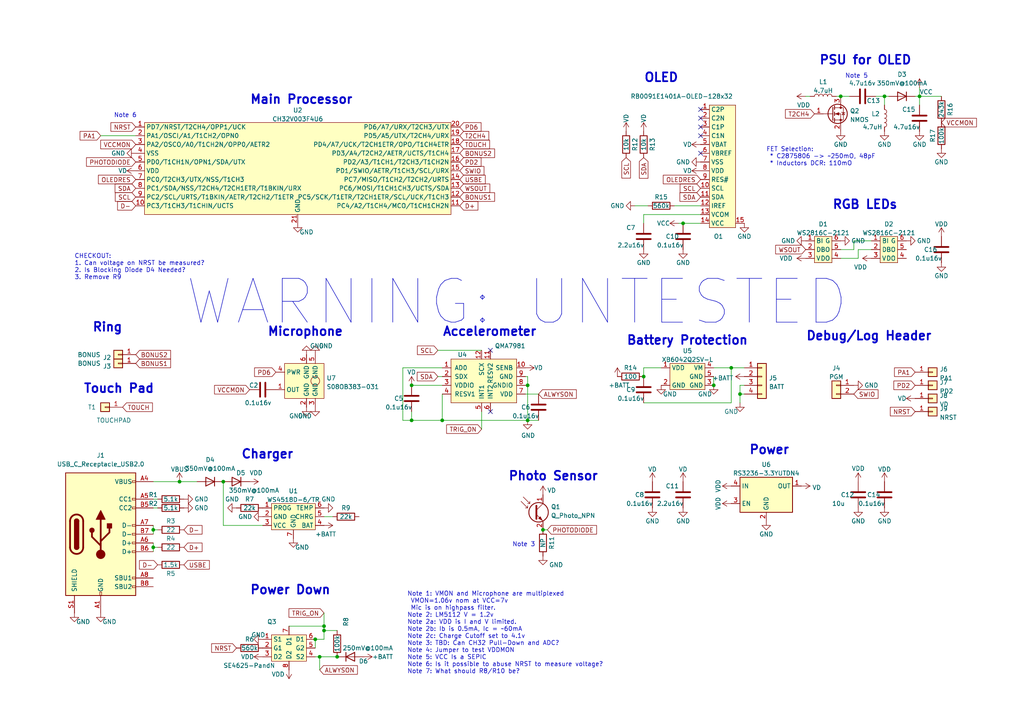
<source format=kicad_sch>
(kicad_sch (version 20211123) (generator eeschema)
  (paper "A4")
  (junction (at 266.7 27.94))
  (junction (at 97.79 190.5))
  (junction (at 64.77 139.7))
  (junction (at 153.035 111.76))
  (junction (at 52.07 139.7))
  (junction (at 207.01 111.76))
  (junction (at 256.54 27.94))
  (junction (at 119.38 111.76))
  (junction (at 198.12 64.77))
  (junction (at 44.45 153.67))
  (junction (at 243.84 27.94))
  (junction (at 212.09 106.68))
  (junction (at 93.98 182.88))
  (junction (at 44.45 158.75))
  (junction (at 119.38 121.92))
  (junction (at 153.035 121.92))
  (junction (at 128.27 121.92))
  (junction (at 92.71 190.5))
  (junction (at 91.44 185.42))
  (junction (at 186.69 109.22))
  (junction (at 93.98 181.61))
  (junction (at 214.63 114.3))
  (junction (at 157.48 153.67))
  (no_connect (at 142.24 119.38))
  (no_connect (at 142.24 101.6))
  (no_connect (at 203.2 44.45))
  (no_connect (at 203.2 31.75))
  (no_connect (at 203.2 36.83))
  (no_connect (at 203.2 39.37))
  (no_connect (at 203.2 34.29))
  (wire (pts (xy 44.45 139.7) (xy 52.07 139.7)))
  (wire (pts (xy 128.27 106.68) (xy 116.84 106.68)))
  (wire (pts (xy 83.82 181.61) (xy 93.98 181.61)))
  (wire (pts (xy 214.63 114.3) (xy 215.9 114.3)))
  (wire (pts (xy 158.75 153.67) (xy 157.48 153.67)))
  (wire (pts (xy 119.38 111.76) (xy 128.27 111.76)))
  (wire (pts (xy 214.63 114.3) (xy 214.63 111.76)))
  (wire (pts (xy 212.09 106.68) (xy 215.9 106.68)))
  (wire (pts (xy 207.01 109.22) (xy 207.01 111.76)))
  (wire (pts (xy 152.4 114.3) (xy 156.21 114.3)))
  (wire (pts (xy 186.69 62.23) (xy 186.69 64.77)))
  (wire (pts (xy 242.57 27.94) (xy 243.84 27.94)))
  (wire (pts (xy 139.7 124.46) (xy 139.7 119.38)))
  (wire (pts (xy 233.68 27.94) (xy 234.95 27.94)))
  (wire (pts (xy 256.54 27.94) (xy 256.54 30.48)))
  (wire (pts (xy 184.15 59.69) (xy 187.96 59.69)))
  (wire (pts (xy 265.43 27.94) (xy 266.7 27.94)))
  (wire (pts (xy 186.69 62.23) (xy 203.2 62.23)))
  (wire (pts (xy 153.035 111.76) (xy 153.035 121.92)))
  (wire (pts (xy 195.58 59.69) (xy 203.2 59.69)))
  (wire (pts (xy 266.7 30.48) (xy 266.7 27.94)))
  (wire (pts (xy 92.71 190.5) (xy 97.79 190.5)))
  (wire (pts (xy 243.84 27.94) (xy 246.38 27.94)))
  (wire (pts (xy 91.44 190.5) (xy 92.71 190.5)))
  (wire (pts (xy 52.07 139.7) (xy 57.15 139.7)))
  (wire (pts (xy 44.45 153.67) (xy 45.72 153.67)))
  (wire (pts (xy 93.98 182.88) (xy 93.98 185.42)))
  (wire (pts (xy 96.52 149.86) (xy 93.98 149.86)))
  (wire (pts (xy 44.45 144.78) (xy 45.72 144.78)))
  (wire (pts (xy 93.98 181.61) (xy 93.98 182.88)))
  (wire (pts (xy 153.035 121.92) (xy 156.21 121.92)))
  (wire (pts (xy 91.44 185.42) (xy 91.44 187.96)))
  (wire (pts (xy 212.09 116.84) (xy 212.09 106.68)))
  (wire (pts (xy 248.92 74.93) (xy 248.92 72.39)))
  (wire (pts (xy 247.65 69.85) (xy 252.73 69.85)))
  (wire (pts (xy 127 101.6) (xy 139.7 101.6)))
  (wire (pts (xy 44.45 153.67) (xy 44.45 154.94)))
  (wire (pts (xy 29.21 39.37) (xy 39.37 39.37)))
  (wire (pts (xy 116.84 121.92) (xy 119.38 121.92)))
  (wire (pts (xy 254 27.94) (xy 256.54 27.94)))
  (wire (pts (xy 44.45 152.4) (xy 44.45 153.67)))
  (wire (pts (xy 128.27 121.92) (xy 153.035 121.92)))
  (wire (pts (xy 93.98 182.88) (xy 97.79 182.88)))
  (wire (pts (xy 243.84 72.39) (xy 247.65 72.39)))
  (wire (pts (xy 44.45 147.32) (xy 45.72 147.32)))
  (wire (pts (xy 119.38 119.38) (xy 119.38 121.92)))
  (wire (pts (xy 92.71 190.5) (xy 92.71 194.31)))
  (wire (pts (xy 214.63 116.84) (xy 214.63 114.3)))
  (wire (pts (xy 44.45 158.75) (xy 44.45 160.02)))
  (wire (pts (xy 186.69 116.84) (xy 212.09 116.84)))
  (wire (pts (xy 214.63 111.76) (xy 215.9 111.76)))
  (wire (pts (xy 128.27 114.3) (xy 128.27 121.92)))
  (wire (pts (xy 198.12 64.77) (xy 203.2 64.77)))
  (wire (pts (xy 243.84 74.93) (xy 248.92 74.93)))
  (wire (pts (xy 196.85 64.77) (xy 198.12 64.77)))
  (wire (pts (xy 152.4 109.22) (xy 153.035 109.22)))
  (wire (pts (xy 186.69 106.68) (xy 191.77 106.68)))
  (wire (pts (xy 152.4 111.76) (xy 153.035 111.76)))
  (wire (pts (xy 119.38 121.92) (xy 128.27 121.92)))
  (wire (pts (xy 247.65 72.39) (xy 247.65 69.85)))
  (wire (pts (xy 64.77 152.4) (xy 76.2 152.4)))
  (wire (pts (xy 248.92 72.39) (xy 252.73 72.39)))
  (wire (pts (xy 93.98 185.42) (xy 91.44 185.42)))
  (wire (pts (xy 153.035 109.22) (xy 153.035 111.76)))
  (wire (pts (xy 207.01 106.68) (xy 212.09 106.68)))
  (wire (pts (xy 44.45 158.75) (xy 45.72 158.75)))
  (wire (pts (xy 116.84 106.68) (xy 116.84 121.92)))
  (wire (pts (xy 186.69 109.22) (xy 186.69 106.68)))
  (wire (pts (xy 127 109.22) (xy 128.27 109.22)))
  (wire (pts (xy 44.45 157.48) (xy 44.45 158.75)))
  (wire (pts (xy 64.77 139.7) (xy 64.77 152.4)))
  (wire (pts (xy 266.7 27.94) (xy 273.05 27.94)))
  (wire (pts (xy 257.81 27.94) (xy 256.54 27.94)))
  (wire (pts (xy 266.7 25.4) (xy 266.7 27.94)))
  (wire (pts (xy 93.98 177.8) (xy 93.98 181.61)))
  (text "Accelerometer" (at 128.27 97.79 0) (effects (font (size 2.54 2.54) (thickness 0.508) bold) (justify left bottom)))
  (text "Note 5" (at 245.11 22.86 0) (effects (font (size 1.27 1.27)) (justify left bottom)))
  (text "Ring" (at 26.67 96.52 0) (effects (font (size 2.54 2.54) (thickness 0.508) bold) (justify left bottom)))
  (text "Microphone" (at 77.47 97.79 0) (effects (font (size 2.54 2.54) (thickness 0.508) bold) (justify left bottom)))
  (text "Note 3" (at 148.59 158.75 0) (effects (font (size 1.27 1.27)) (justify left bottom)))
  (text "WARNING: UNTESTED" (at 53.34 95.25 0) (effects (font (size 12.7 12.7)) (justify left bottom)))
  (text "RGB LEDs" (at 241.3 60.96 0) (effects (font (size 2.54 2.54) (thickness 0.508) bold) (justify left bottom)))
  (text "Power Down" (at 72.39 172.72 0) (effects (font (size 2.54 2.54) (thickness 0.508) bold) (justify left bottom)))
  (text "Battery Protection" (at 181.61 100.33 0) (effects (font (size 2.54 2.54) (thickness 0.508) bold) (justify left bottom)))
  (text "PSU for OLED" (at 237.49 19.05 0) (effects (font (size 2.54 2.54) (thickness 0.508) bold) (justify left bottom)))
  (text "Debug/Log Header" (at 233.68 99.06 0) (effects (font (size 2.54 2.54) (thickness 0.508) bold) (justify left bottom)))
  (text "OLED" (at 186.69 24.13 0) (effects (font (size 2.54 2.54) (thickness 0.508) bold) (justify left bottom)))
  (text "FET Selection:\n * C2875806 -> ~250mO, 48pF\n * Inductors DCR: 110mO" (at 222.25 48.26 0) (effects (font (size 1.27 1.27)) (justify left bottom)))
  (text "Main Processor" (at 72.39 30.48 0) (effects (font (size 2.54 2.54) (thickness 0.508) bold) (justify left bottom)))
  (text "Power" (at 217.17 132.08 0) (effects (font (size 2.54 2.54) (thickness 0.508) bold) (justify left bottom)))
  (text "Charger" (at 69.85 133.35 0) (effects (font (size 2.54 2.54) (thickness 0.508) bold) (justify left bottom)))
  (text "Photo Sensor" (at 147.32 139.7 0) (effects (font (size 2.54 2.54) (thickness 0.508) bold) (justify left bottom)))
  (text "Note 6" (at 33.02 34.29 0) (effects (font (size 1.27 1.27)) (justify left bottom)))
  (text "CHECKOUT: \n1. Can voltage on NRST be measured?\n2. Is Blocking Diode D4 Needed?\n3. Remove R9" (at 21.59 81.28 0) (effects (font (size 1.27 1.27)) (justify left bottom)))
  (text "Note 1: VMON and Microphone are multiplexed\n VMON=1.06v nom at VCC=7v\n Mic is on highpass filter.\nNote 2: LM5112 V = 1.2v\nNote 2a: VDD is I and V limited.\nNote 2b: Ib is 0.5mA, Ic = ~60mA\nNote 2c: Charge Cutoff set to 4.1v\nNote 3: TBD: Can CH32 Pull-Down and ADC?\nNote 4: Jumper to test VDDMON\nNote 5: VCC Is a SEPIC\nNote 6: Is it possible to abuse NRST to measure voltage?\nNote 7: What should R8/R10 be?" (at 118.11 195.58 0) (effects (font (size 1.27 1.27)) (justify left bottom)))
  (text "Touch Pad" (at 24.13 114.3 0) (effects (font (size 2.54 2.54) (thickness 0.508) bold) (justify left bottom)))
  (global_label "D-" (shape input) (at 39.37 59.69 180) (property "Intersheet References" "${INTERSHEET_REFS}" (effects hide)))
  (global_label "VCCMON" (shape input) (at 273.05 35.56 0) (property "Intersheet References" "${INTERSHEET_REFS}" (effects hide)))
  (global_label "OLEDRES" (shape input) (at 39.37 52.07 180) (property "Intersheet References" "${INTERSHEET_REFS}" (effects hide)))
  (global_label "PA1" (shape input) (at 29.21 39.37 180) (property "Intersheet References" "${INTERSHEET_REFS}" (effects hide)))
  (global_label "ALWYSON" (shape input) (at 92.71 194.31 0) (property "Intersheet References" "${INTERSHEET_REFS}" (effects hide)))
  (global_label "PHOTODIODE" (shape input) (at 158.75 153.67 0) (property "Intersheet References" "${INTERSHEET_REFS}" (effects hide)))
  (global_label "BONUS2" (shape input) (at 39.37 102.87 0) (property "Intersheet References" "${INTERSHEET_REFS}" (effects hide)))
  (global_label "SDA" (shape input) (at 186.69 45.72 270) (property "Intersheet References" "${INTERSHEET_REFS}" (effects hide)))
  (global_label "VCCMON" (shape input) (at 39.37 41.91 180) (property "Intersheet References" "${INTERSHEET_REFS}" (effects hide)))
  (global_label "OLEDRES" (shape input) (at 203.2 52.07 180) (property "Intersheet References" "${INTERSHEET_REFS}" (effects hide)))
  (global_label "BONUS2" (shape input) (at 133.35 44.45 0) (property "Intersheet References" "${INTERSHEET_REFS}" (effects hide)))
  (global_label "T2CH4" (shape input) (at 236.22 33.02 180) (property "Intersheet References" "${INTERSHEET_REFS}" (effects hide)))
  (global_label "NRST" (shape input) (at 39.37 36.83 180) (property "Intersheet References" "${INTERSHEET_REFS}" (effects hide)))
  (global_label "BONUS1" (shape input) (at 133.35 57.15 0) (property "Intersheet References" "${INTERSHEET_REFS}" (effects hide)))
  (global_label "SCL" (shape input) (at 203.2 54.61 180) (property "Intersheet References" "${INTERSHEET_REFS}" (effects hide)))
  (global_label "D+" (shape input) (at 133.35 59.69 0) (property "Intersheet References" "${INTERSHEET_REFS}" (effects hide)))
  (global_label "D-" (shape input) (at 53.34 153.67 0) (property "Intersheet References" "${INTERSHEET_REFS}" (effects hide)))
  (global_label "SWIO" (shape input) (at 247.65 114.3 0) (property "Intersheet References" "${INTERSHEET_REFS}" (effects hide)))
  (global_label "VCCMON" (shape input) (at 72.39 113.03 180) (property "Intersheet References" "${INTERSHEET_REFS}" (effects hide)))
  (global_label "D-" (shape input) (at 45.72 163.83 180) (property "Intersheet References" "${INTERSHEET_REFS}" (effects hide)))
  (global_label "NRST" (shape input) (at 68.58 187.96 180) (property "Intersheet References" "${INTERSHEET_REFS}" (effects hide)))
  (global_label "PD6" (shape input) (at 133.35 36.83 0) (property "Intersheet References" "${INTERSHEET_REFS}" (effects hide)))
  (global_label "PA1" (shape input) (at 265.43 107.95 180) (property "Intersheet References" "${INTERSHEET_REFS}" (effects hide)))
  (global_label "PD2" (shape input) (at 265.43 111.76 180) (property "Intersheet References" "${INTERSHEET_REFS}" (effects hide)))
  (global_label "PD2" (shape input) (at 133.35 46.99 0) (property "Intersheet References" "${INTERSHEET_REFS}" (effects hide)))
  (global_label "SDA" (shape input) (at 127 109.22 180) (property "Intersheet References" "${INTERSHEET_REFS}" (effects hide)))
  (global_label "ALWYSON" (shape input) (at 156.21 114.3 0) (property "Intersheet References" "${INTERSHEET_REFS}" (effects hide)))
  (global_label "TRIG_ON" (shape input) (at 93.98 177.8 180) (property "Intersheet References" "${INTERSHEET_REFS}" (effects hide)))
  (global_label "USBE" (shape input) (at 133.35 52.07 0) (property "Intersheet References" "${INTERSHEET_REFS}" (effects hide)))
  (global_label "NRST" (shape input) (at 265.43 119.38 180) (property "Intersheet References" "${INTERSHEET_REFS}" (effects hide)))
  (global_label "PHOTODIODE" (shape input) (at 39.37 46.99 180) (property "Intersheet References" "${INTERSHEET_REFS}" (effects hide)))
  (global_label "USBE" (shape input) (at 53.34 163.83 0) (property "Intersheet References" "${INTERSHEET_REFS}" (effects hide)))
  (global_label "SDA" (shape input) (at 203.2 57.15 180) (property "Intersheet References" "${INTERSHEET_REFS}" (effects hide)))
  (global_label "SWIO" (shape input) (at 133.35 49.53 0) (property "Intersheet References" "${INTERSHEET_REFS}" (effects hide)))
  (global_label "BONUS1" (shape input) (at 39.37 105.41 0) (property "Intersheet References" "${INTERSHEET_REFS}" (effects hide)))
  (global_label "SDA" (shape input) (at 39.37 54.61 180) (property "Intersheet References" "${INTERSHEET_REFS}" (effects hide)))
  (global_label "SCL" (shape input) (at 127 101.6 180) (property "Intersheet References" "${INTERSHEET_REFS}" (effects hide)))
  (global_label "T2CH4" (shape input) (at 133.35 39.37 0) (property "Intersheet References" "${INTERSHEET_REFS}" (effects hide)))
  (global_label "PD6" (shape input) (at 80.01 107.95 180) (property "Intersheet References" "${INTERSHEET_REFS}" (effects hide)))
  (global_label "TOUCH" (shape input) (at 35.56 118.11 0) (property "Intersheet References" "${INTERSHEET_REFS}" (effects hide)))
  (global_label "SCL" (shape input) (at 181.61 45.72 270) (property "Intersheet References" "${INTERSHEET_REFS}" (effects hide)))
  (global_label "WSOUT" (shape input) (at 233.68 72.39 180) (property "Intersheet References" "${INTERSHEET_REFS}" (effects hide)))
  (global_label "WSOUT" (shape input) (at 133.35 54.61 0) (property "Intersheet References" "${INTERSHEET_REFS}" (effects hide)))
  (global_label "SCL" (shape input) (at 39.37 57.15 180) (property "Intersheet References" "${INTERSHEET_REFS}" (effects hide)))
  (global_label "TOUCH" (shape input) (at 133.35 41.91 0) (property "Intersheet References" "${INTERSHEET_REFS}" (effects hide)))
  (global_label "TRIG_ON" (shape input) (at 139.7 124.46 180) (property "Intersheet References" "${INTERSHEET_REFS}" (effects hide)))
  (global_label "D+" (shape input) (at 53.34 158.75 0) (property "Intersheet References" "${INTERSHEET_REFS}" (effects hide)))
  (symbol (lib_id "power:VD") (at 198.12 139.7 0) (unit 1)
    (property "Reference" "#PWR0130" (effects hide))
    (property "Value" "VD" (at 198.12 136.1242 0))
  )
  (symbol (lib_id "power:+BATT") (at 179.07 109.22 0) (unit 1)
    (property "Reference" "#PWR09" (effects hide))
    (property "Value" "+BATT" (at 176.53 111.76 0) (effects (justify left)))
  )
  (symbol (lib_id "Device:D") (at 261.62 27.94 180) (unit 1)
    (property "Reference" "D3" (at 261.62 21.59 0))
    (property "Value" "350mV@100mA" (at 261.62 24.13 0))
    (property "Footprint" "DFN1006:DFN1006" (effects hide))
    (property "LCSC" "C239808" (effects hide))
  )
  (symbol (lib_id "Device:Q_NMOS_GSD") (at 241.3 33.02 0) (unit 1)
    (property "Reference" "Q2" (at 246.507 32.1853 0) (effects (justify left)))
    (property "Value" "NMOS" (at 246.507 34.7222 0) (effects (justify left)))
    (property "Footprint" "DFN-3L-1x0.6:DFN-3L-1x0.6" (effects hide))
    (property "LCSC" "C2875806" (effects hide))
  )
  (symbol (lib_id "power:VD") (at 189.23 139.7 0) (unit 1)
    (property "Reference" "#PWR0129" (effects hide))
    (property "Value" "VD" (at 189.23 136.1242 0))
  )
  (symbol (lib_id "power:GND") (at 29.21 177.8 0) (unit 1)
    (property "Reference" "#PWR0141" (effects hide))
    (property "Value" "GND" (at 31.75 180.34 0))
  )
  (symbol (lib_id "power:GND") (at 198.12 147.32 0) (unit 1)
    (property "Reference" "#PWR0131" (effects hide))
    (property "Value" "GND" (at 198.12 151.13 0))
  )
  (symbol (lib_id "Regulator_Linear:NCP115AMX250TCG") (at 222.25 143.51 0) (unit 1)
    (property "Reference" "U6" (at 222.25 134.7302 0))
    (property "Value" "RS3236-3.3YUTDN4" (at 222.25 137.2671 0))
    (property "Footprint" "xdfn_reg:xdfn-reg" (effects hide))
    (property "Datasheet" "https://www.onsemi.com/pub/Collateral/NCP115-D.PDF" (effects hide))
    (property "LCSC" "C379350" (effects hide))
  )
  (symbol (lib_id "power:GND") (at 191.77 111.76 0) (unit 1)
    (property "Reference" "#PWR0139" (effects hide))
    (property "Value" "GND" (at 194.31 114.3 0))
  )
  (symbol (lib_id "power:GND") (at 39.37 44.45 270) (unit 1)
    (property "Reference" "#PWR0152" (effects hide))
    (property "Value" "GND" (at 34.29 44.45 90))
  )
  (symbol (lib_id "RB0091E1401A-OLED-128x32:RB0091E1401A-OLED-128x32") (at 209.55 45.72 0) (unit 1)
    (property "Reference" "O1" (at 207.01 68.58 0) (effects (justify left)))
    (property "Value" "RB0091E1401A-OLED-128x32" (at 182.88 27.94 0) (effects (justify left)))
    (property "Footprint" "RB0091E1401A-OLED-128x32:RB0091E1401A-OLED-128x32_FLIP" (effects hide))
  )
  (symbol (lib_id "Device:C") (at 186.69 68.58 0) (unit 1)
    (property "Reference" "C7" (at 181.61 66.04 0) (effects (justify left)))
    (property "Value" "2.2u16v" (at 179.07 71.12 0) (effects (justify left)))
    (property "Footprint" "Capacitor_SMD:C_0402_1005Metric" (effects hide))
    (property "LCSC" "C385032" (effects hide))
  )
  (symbol (lib_id "Device:C") (at 256.54 143.51 0) (unit 1)
    (property "Reference" "C14" (at 251.46 143.51 0) (effects (justify left)))
    (property "Value" "0.1u16v" (at 248.92 146.05 0) (effects (justify left)))
    (property "Footprint" "Capacitor_SMD:C_0402_1005Metric" (effects hide))
    (property "LCSC" "C338032" (effects hide))
  )
  (symbol (lib_id "power:VDD") (at 212.09 146.05 90) (unit 1)
    (property "Reference" "#PWR0126" (effects hide))
    (property "Value" "VDD" (at 208.28 146.05 0))
  )
  (symbol (lib_id "power:GND") (at 262.89 69.85 90) (unit 1)
    (property "Reference" "#PWR0112" (effects hide))
    (property "Value" "GND" (at 267.97 69.85 90))
  )
  (symbol (lib_id "Device:R") (at 72.39 147.32 270) (unit 1)
    (property "Reference" "R7" (at 72.39 144.78 90))
    (property "Value" "22k" (at 72.39 147.32 90))
    (property "Footprint" "Resistor_SMD:R_0402_1005Metric" (effects hide))
    (property "LCSC" "C144778" (effects hide))
  )
  (symbol (lib_id "power:GND") (at 53.34 144.78 90) (unit 1)
    (property "Reference" "#PWR0144" (effects hide))
    (property "Value" "GND" (at 58.42 144.78 90))
  )
  (symbol (lib_id "power:GND") (at 215.9 64.77 0) (unit 1)
    (property "Reference" "#PWR0156" (effects hide))
    (property "Value" "GND" (at 215.9 68.58 0))
  )
  (symbol (lib_id "Device:R") (at 186.69 41.91 180) (unit 1)
    (property "Reference" "R13" (at 189.23 41.91 90))
    (property "Value" "10k" (at 186.69 41.91 90))
    (property "Footprint" "Resistor_SMD:R_0402_1005Metric" (effects hide))
    (property "LCSC" "C269674" (effects hide))
  )
  (symbol (lib_id "power:GND") (at 93.98 147.32 90) (unit 1)
    (property "Reference" "#PWR05" (effects hide))
    (property "Value" "GND" (at 95.25 144.78 90))
  )
  (symbol (lib_id "power:GND") (at 214.63 116.84 0) (unit 1)
    (property "Reference" "#PWR0101" (effects hide))
    (property "Value" "GND" (at 212.09 119.38 0))
  )
  (symbol (lib_id "Device:C") (at 198.12 68.58 0) (unit 1)
    (property "Reference" "C10" (at 193.04 68.58 0) (effects (justify left)))
    (property "Value" "0.1u16v" (at 190.5 71.12 0) (effects (justify left)))
    (property "Footprint" "Capacitor_SMD:C_0402_1005Metric" (effects hide))
    (property "LCSC" "C338032" (effects hide))
  )
  (symbol (lib_id "Device:C") (at 198.12 143.51 0) (unit 1)
    (property "Reference" "C11" (at 193.04 140.97 0) (effects (justify left)))
    (property "Value" "2.2u16v" (at 190.5 146.05 0) (effects (justify left)))
    (property "Footprint" "Capacitor_SMD:C_0402_1005Metric" (effects hide))
    (property "LCSC" "C385032" (effects hide))
  )
  (symbol (lib_id "Device:R") (at 49.53 144.78 270) (unit 1)
    (property "Reference" "R1" (at 44.45 143.51 90))
    (property "Value" "5.1k" (at 49.53 144.78 90))
    (property "Footprint" "Resistor_SMD:R_0402_1005Metric" (effects hide))
    (property "LCSC" "C114759" (effects hide))
  )
  (symbol (lib_id "power:VD") (at 265.43 115.57 90) (unit 1)
    (property "Reference" "#PWR0125" (effects hide))
    (property "Value" "VD" (at 260.35 115.57 90) (effects (justify right)))
  )
  (symbol (lib_id "power:VD") (at 203.2 49.53 90) (unit 1)
    (property "Reference" "#PWR0118" (effects hide))
    (property "Value" "VD" (at 198.12 49.53 90) (effects (justify right)))
  )
  (symbol (lib_id "power:VDD") (at 252.73 74.93 90) (unit 1)
    (property "Reference" "#PWR0109" (effects hide))
    (property "Value" "VDD" (at 247.65 77.47 90) (effects (justify right)))
  )
  (symbol (lib_id "power:GND") (at 76.2 149.86 270) (unit 1)
    (property "Reference" "#PWR03" (effects hide))
    (property "Value" "GND" (at 71.12 149.86 90))
  )
  (symbol (lib_id "power:VD") (at 232.41 140.97 270) (unit 1)
    (property "Reference" "#PWR0134" (effects hide))
    (property "Value" "VD" (at 235.585 141.4038 90) (effects (justify left)))
  )
  (symbol (lib_id "Connector:USB_C_Receptacle_USB2.0") (at 29.21 154.94 0) (unit 1)
    (property "Reference" "J1" (at 29.21 132.08 0))
    (property "Value" "USB_C_Receptacle_USB2.0" (at 29.21 134.62 0))
    (property "Footprint" "Connector_USB:USB_C_Receptacle_HRO_TYPE-C-31-M-12" (effects hide))
    (property "Datasheet" "https://www.usb.org/sites/default/files/documents/usb_type-c.zip" (effects hide))
    (property "LCSC" "C2765186" (effects hide))
  )
  (symbol (lib_id "power:VDD") (at 76.2 190.5 90) (unit 1)
    (property "Reference" "#PWR08" (effects hide))
    (property "Value" "VDD" (at 69.85 190.5 90) (effects (justify right)))
  )
  (symbol (lib_id "power:VDD") (at 233.68 74.93 90) (unit 1)
    (property "Reference" "#PWR0111" (effects hide))
    (property "Value" "VDD" (at 226.06 74.93 90) (effects (justify right)))
  )
  (symbol (lib_id "Device:R") (at 273.05 39.37 0) (unit 1)
    (property "Reference" "R17" (at 270.51 39.37 90))
    (property "Value" "100k" (at 273.05 39.37 90))
    (property "Footprint" "Resistor_SMD:R_0402_1005Metric" (effects hide))
    (property "LCSC" "C279979" (effects hide))
  )
  (symbol (lib_id "power:VD") (at 157.48 143.51 0) (unit 1)
    (property "Reference" "#PWR0154" (effects hide))
    (property "Value" "VD" (at 161.29 142.24 0) (effects (justify right)))
  )
  (symbol (lib_id "power:VDD") (at 212.09 140.97 90) (unit 1)
    (property "Reference" "#PWR0128" (effects hide))
    (property "Value" "VDD" (at 208.28 140.97 0))
  )
  (symbol (lib_id "Device:R") (at 157.48 157.48 180) (unit 1)
    (property "Reference" "R11" (at 160.02 157.48 90))
    (property "Value" "NP" (at 157.48 157.48 90))
    (property "Footprint" "Resistor_SMD:R_0402_1005Metric" (effects hide))
  )
  (symbol (lib_id "power:+BATT") (at 215.9 109.22 90) (unit 1)
    (property "Reference" "#PWR011" (effects hide))
    (property "Value" "+BATT" (at 212.725 109.6538 90) (effects (justify left)))
  )
  (symbol (lib_id "power:VD") (at 152.4 106.68 270) (unit 1)
    (property "Reference" "#PWR0133" (effects hide))
    (property "Value" "VD" (at 157.48 106.68 90) (effects (justify right)))
  )
  (symbol (lib_id "Device:D") (at 101.6 190.5 0) (unit 1)
    (property "Reference" "D6" (at 105.41 191.77 0))
    (property "Value" "250mV@100mA" (at 106.68 187.96 0))
    (property "Footprint" "DFN1006:DFN1006" (effects hide))
    (property "LCSC" "C503409" (effects hide))
  )
  (symbol (lib_id "power:GND") (at 91.44 118.11 0) (unit 1)
    (property "Reference" "#PWR0160" (effects hide))
    (property "Value" "GND" (at 86.36 120.65 0) (effects (justify left)))
  )
  (symbol (lib_id "CH32V003F4U6:CH32V003F4U6") (at 86.36 48.26 0) (unit 1)
    (property "Reference" "U2" (at 86.36 31.9872 0))
    (property "Value" "CH32V003F4U6" (at 86.36 34.5241 0))
    (property "Footprint" "Package_DFN_QFN:QFN-20-1EP_3x3mm_P0.4mm_EP1.65x1.65mm" (effects hide))
    (property "LCSC" "C5299908" (effects hide))
  )
  (symbol (lib_id "power:GND") (at 88.9 118.11 0) (unit 1)
    (property "Reference" "#PWR0146" (effects hide))
    (property "Value" "GND" (at 83.82 120.65 0) (effects (justify left)))
  )
  (symbol (lib_id "Device:C") (at 273.05 72.39 0) (unit 1)
    (property "Reference" "C16" (at 267.97 72.39 0) (effects (justify left)))
    (property "Value" "0.1u16v" (at 265.43 74.93 0) (effects (justify left)))
    (property "Footprint" "Capacitor_SMD:C_0402_1005Metric" (effects hide))
    (property "LCSC" "C338032" (effects hide))
  )
  (symbol (lib_id "Device:C") (at 119.38 115.57 0) (unit 1)
    (property "Reference" "C5" (at 114.3 115.57 0) (effects (justify left)))
    (property "Value" "0.1u16v" (at 111.76 118.11 0) (effects (justify left)))
    (property "Footprint" "Capacitor_SMD:C_0402_1005Metric" (effects hide))
    (property "LCSC" "C338032" (effects hide))
  )
  (symbol (lib_id "Device:R") (at 182.88 109.22 270) (unit 1)
    (property "Reference" "R14" (at 182.88 106.68 90))
    (property "Value" "100" (at 182.88 109.22 90))
    (property "Footprint" "Resistor_SMD:R_0402_1005Metric" (effects hide))
    (property "LCSC" "C106232" (effects hide))
  )
  (symbol (lib_id "power:GND") (at 266.7 38.1 0) (unit 1)
    (property "Reference" "#PWR0105" (effects hide))
    (property "Value" "GND" (at 266.7 41.91 0))
  )
  (symbol (lib_id "power:GND") (at 76.2 185.42 270) (unit 1)
    (property "Reference" "#PWR07" (effects hide))
    (property "Value" "GND" (at 74.93 184.15 90))
  )
  (symbol (lib_id "Device:C") (at 248.92 143.51 0) (unit 1)
    (property "Reference" "C12" (at 243.84 143.51 0) (effects (justify left)))
    (property "Value" "10u" (at 241.3 146.05 0) (effects (justify left)))
    (property "Footprint" "Capacitor_SMD:C_0402_1005Metric" (effects hide))
    (property "LCSC" "C315248" (effects hide))
  )
  (symbol (lib_id "XB6042_Battery_Protection:XB6042_Battery_Protection") (at 199.39 109.22 0) (unit 1)
    (property "Reference" "U5" (at 199.39 101.761 0))
    (property "Value" "XB6042Q2SV-L" (at 199.39 104.2979 0))
    (property "Footprint" "xdfn_reg:xdfn-reg" (effects hide))
    (property "LCSC" "C2759995" (effects hide))
  )
  (symbol (lib_id "Connector_Generic:Conn_01x04") (at 220.98 109.22 0) (unit 1)
    (property "Reference" "J5" (at 223.012 109.6553 0) (effects (justify left)))
    (property "Value" "BATT" (at 223.012 112.1922 0) (effects (justify left)))
    (property "Footprint" "SOUHAN-Battery-1.25mm-SMT:SOUHAN-Battery-1.25mm-SMT" (effects hide))
    (property "LCSC" "C393945" (effects hide))
  )
  (symbol (lib_id "power:GND") (at 198.12 72.39 0) (unit 1)
    (property "Reference" "#PWR0115" (effects hide))
    (property "Value" "GND" (at 198.12 76.2 0))
  )
  (symbol (lib_id "power:GND") (at 157.48 161.29 0) (unit 1)
    (property "Reference" "#PWR0155" (effects hide))
    (property "Value" "GND" (at 161.29 163.83 0))
  )
  (symbol (lib_id "Swadge_Parts:QMA7981") (at 140.97 110.49 0) (unit 1)
    (property "Reference" "U4" (at 132.715 102.87 0) (effects (justify left)))
    (property "Value" "QMA7981" (at 143.51 100.33 0) (effects (justify left)))
    (property "Footprint" "Swadge_Parts:QMA6981" (effects hide))
    (property "Datasheet" "https://datasheet.lcsc.com/szlcsc/2004281102_QST-QMA7981_C457290.pdf" (effects hide))
    (property "Cost100" "3082" (effects hide))
    (property "Substitutable" "N" (effects hide))
    (property "LCSC" "C457290" (effects hide))
  )
  (symbol (lib_id "Device:Q_Photo_NPN") (at 154.94 148.59 0) (unit 1)
    (property "Reference" "Q1" (at 159.7914 147.006 0) (effects (justify left)))
    (property "Value" "Q_Photo_NPN" (at 159.7914 149.5429 0) (effects (justify left)))
    (property "Footprint" "Diode_SMD:D_0805_2012Metric" (effects hide))
    (property "LCSC" "C100090" (effects hide))
  )
  (symbol (lib_id "Connector_Generic:Conn_01x01") (at 34.29 102.87 180) (unit 1)
    (property "Reference" "J2" (at 32.258 103.7047 0) (effects (justify left)))
    (property "Value" "BONUS" (at 29.1681 102.9118 0) (effects (justify left)))
    (property "Footprint" "MountingHole:MountingHole_2.2mm_M2_DIN965_Pad" (effects hide))
  )
  (symbol (lib_id "power:GND") (at 256.54 38.1 0) (unit 1)
    (property "Reference" "#PWR0103" (effects hide))
    (property "Value" "GND" (at 256.54 41.91 0))
  )
  (symbol (lib_id "power:+BATT") (at 93.98 152.4 270) (unit 1)
    (property "Reference" "#PWR06" (effects hide))
    (property "Value" "+BATT" (at 91.44 154.94 90) (effects (justify left)))
  )
  (symbol (lib_id "Device:R") (at 72.39 187.96 270) (unit 1)
    (property "Reference" "R6" (at 72.39 185.42 90))
    (property "Value" "560k" (at 72.39 187.96 90))
    (property "Footprint" "Resistor_SMD:R_0402_1005Metric" (effects hide))
    (property "LCSC" "C137958" (effects hide))
  )
  (symbol (lib_id "Connector_Generic:Conn_01x01") (at 270.51 115.57 0) (unit 1)
    (property "Reference" "J8" (at 272.542 114.7353 0) (effects (justify left)))
    (property "Value" "VD" (at 272.542 117.2722 0) (effects (justify left)))
    (property "Footprint" "GeneralPad:GeneralPad-Round-1.5mm" (effects hide))
  )
  (symbol (lib_id "Device:D") (at 68.58 139.7 180) (unit 1)
    (property "Reference" "D5" (at 69.85 137.16 0))
    (property "Value" "350mV@100mA" (at 73.66 142.24 0))
    (property "Footprint" "DFN1006:DFN1006" (effects hide))
    (property "LCSC" "C239808" (effects hide))
  )
  (symbol (lib_id "power:GND") (at 203.2 46.99 270) (unit 1)
    (property "Reference" "#PWR0120" (effects hide))
    (property "Value" "GND" (at 198.12 46.99 90))
  )
  (symbol (lib_id "power:VCC") (at 266.7 25.4 0) (unit 1)
    (property "Reference" "#PWR0104" (effects hide))
    (property "Value" "VCC" (at 266.7 26.67 0) (effects (justify left)))
  )
  (symbol (lib_id "power:GND") (at 86.36 64.77 0) (unit 1)
    (property "Reference" "#PWR0151" (effects hide))
    (property "Value" "GND" (at 88.9 67.31 0))
  )
  (symbol (lib_id "Device:R") (at 97.79 186.69 180) (unit 1)
    (property "Reference" "R8" (at 100.33 180.34 90))
    (property "Value" "100k" (at 97.79 186.69 90))
    (property "Footprint" "Resistor_SMD:R_0402_1005Metric" (effects hide))
    (property "LCSC" "C279979" (effects hide))
  )
  (symbol (lib_id "Device:R") (at 49.53 163.83 270) (unit 1)
    (property "Reference" "R5" (at 49.53 166.37 90))
    (property "Value" "1.5k" (at 49.53 163.83 90))
    (property "Footprint" "Resistor_SMD:R_0402_1005Metric" (effects hide))
    (property "LCSC" "C114759" (effects hide))
  )
  (symbol (lib_id "Device:R") (at 191.77 59.69 270) (unit 1)
    (property "Reference" "R15" (at 191.77 57.15 90))
    (property "Value" "560k" (at 191.77 59.69 90))
    (property "Footprint" "Resistor_SMD:R_0402_1005Metric" (effects hide))
    (property "LCSC" "C137958" (effects hide))
  )
  (symbol (lib_id "power:VDD") (at 83.82 194.31 180) (unit 1)
    (property "Reference" "#PWR012" (effects hide))
    (property "Value" "VDD" (at 78.74 195.58 0) (effects (justify right)))
  )
  (symbol (lib_id "Device:C") (at 189.23 143.51 0) (unit 1)
    (property "Reference" "C8" (at 184.15 143.51 0) (effects (justify left)))
    (property "Value" "0.1u16v" (at 181.61 146.05 0) (effects (justify left)))
    (property "Footprint" "Capacitor_SMD:C_0402_1005Metric" (effects hide))
    (property "LCSC" "C338032" (effects hide))
  )
  (symbol (lib_id "SE4625-PandN:SE4625-PandN") (at 83.82 187.96 0) (unit 1)
    (property "Reference" "Q3" (at 77.47 180.34 0) (effects (justify left)))
    (property "Value" "SE4625-PandN" (at 64.77 193.04 0) (effects (justify left)))
    (property "Footprint" "DFN-6-2x2-SplitPad:DFN-6-2x2-SplitPad" (effects hide))
    (property "LCSC" "C730094" (effects hide))
  )
  (symbol (lib_id "power:GND") (at 21.59 177.8 0) (unit 1)
    (property "Reference" "#PWR0142" (effects hide))
    (property "Value" "GND" (at 24.13 180.34 0))
  )
  (symbol (lib_id "power:VCC") (at 196.85 64.77 90) (unit 1)
    (property "Reference" "#PWR0116" (effects hide))
    (property "Value" "VCC" (at 190.5 64.77 90) (effects (justify right)))
  )
  (symbol (lib_id "power:GND") (at 186.69 72.39 0) (unit 1)
    (property "Reference" "#PWR0117" (effects hide))
    (property "Value" "GND" (at 186.69 76.2 0))
  )
  (symbol (lib_id "power:GND") (at 184.15 59.69 270) (unit 1)
    (property "Reference" "#PWR0121" (effects hide))
    (property "Value" "GND" (at 179.07 59.69 90))
  )
  (symbol (lib_id "power:GND") (at 88.9 102.87 180) (unit 1)
    (property "Reference" "#PWR0161" (effects hide))
    (property "Value" "GND" (at 93.98 100.33 0) (effects (justify left)))
  )
  (symbol (lib_id "power:GND") (at 243.84 38.1 0) (unit 1)
    (property "Reference" "#PWR0106" (effects hide))
    (property "Value" "GND" (at 243.84 41.91 0))
  )
  (symbol (lib_id "WS2816C:WS2816C-2121") (at 238.76 72.39 0) (unit 1)
    (property "Reference" "D1" (at 238.76 65.0072 0))
    (property "Value" "WS2816C-2121" (at 238.76 67.5441 0))
    (property "Footprint" "WS2816-2121:WS2816-2121" (effects hide))
    (property "LCSC" "C965561" (effects hide))
  )
  (symbol (lib_id "GOERTEK-S08OB383-031-MemsMic:S08OB383-031") (at 86.36 110.49 90) (unit 1)
    (property "Reference" "U7" (at 94.6912 109.6553 90) (effects (justify right)))
    (property "Value" "S08OB383-031" (at 94.6912 112.1922 90) (effects (justify right)))
    (property "Footprint" "GOERTEK-S08OB383-031-MemsMic:GOERTEK-S08OB383-031-MemsMic" (effects hide))
    (property "LCSC" "S08OB383-031" (effects hide))
  )
  (symbol (lib_id "power:GND") (at 256.54 147.32 0) (unit 1)
    (property "Reference" "#PWR0136" (effects hide))
    (property "Value" "GND" (at 256.54 151.13 0))
  )
  (symbol (lib_id "power:GND") (at 85.09 156.21 0) (unit 1)
    (property "Reference" "#PWR04" (effects hide))
    (property "Value" "GND" (at 87.63 158.75 0))
  )
  (symbol (lib_id "Device:R") (at 49.53 147.32 270) (unit 1)
    (property "Reference" "R2" (at 44.45 146.05 90))
    (property "Value" "5.1k" (at 49.53 147.32 90))
    (property "Footprint" "Resistor_SMD:R_0402_1005Metric" (effects hide))
    (property "LCSC" "C114759" (effects hide))
  )
  (symbol (lib_id "Device:L") (at 256.54 34.29 0) (unit 1)
    (property "Reference" "L2" (at 252.73 33.02 0) (effects (justify left)))
    (property "Value" "4.7uH" (at 250.19 36.83 0) (effects (justify left)))
    (property "Footprint" "Inductor_SMD:L_0805_2012Metric" (effects hide))
    (property "LCSC" "C379996" (effects hide))
  )
  (symbol (lib_id "Connector_Generic:Conn_01x01") (at 270.51 119.38 0) (unit 1)
    (property "Reference" "J9" (at 272.542 118.5453 0) (effects (justify left)))
    (property "Value" "NRST" (at 272.542 121.0822 0) (effects (justify left)))
    (property "Footprint" "GeneralPad:GeneralPad-Round-1.5mm" (effects hide))
  )
  (symbol (lib_id "Device:R") (at 273.05 31.75 180) (unit 1)
    (property "Reference" "R16" (at 275.59 31.75 90))
    (property "Value" "243k" (at 273.05 31.75 90))
    (property "Footprint" "Resistor_SMD:R_0402_1005Metric" (effects hide))
    (property "LCSC" "C43249" (effects hide))
  )
  (symbol (lib_id "power:VD") (at 186.69 38.1 0) (unit 1)
    (property "Reference" "#PWR0123" (effects hide))
    (property "Value" "VD" (at 186.69 33.02 90) (effects (justify right)))
  )
  (symbol (lib_id "power:GND") (at 68.58 147.32 270) (unit 1)
    (property "Reference" "#PWR01" (effects hide))
    (property "Value" "GND" (at 67.31 144.78 90))
  )
  (symbol (lib_id "power:VDD") (at 256.54 139.7 0) (unit 1)
    (property "Reference" "#PWR0135" (effects hide))
    (property "Value" "VDD" (at 256.54 136.1242 0))
  )
  (symbol (lib_id "Device:R") (at 100.33 149.86 270) (unit 1)
    (property "Reference" "R9" (at 100.33 147.32 90))
    (property "Value" "22k" (at 100.33 149.86 90))
    (property "Footprint" "Resistor_SMD:R_0402_1005Metric" (effects hide))
    (property "LCSC" "C144778" (effects hide))
  )
  (symbol (lib_id "power:GND") (at 207.01 111.76 0) (unit 1)
    (property "Reference" "#PWR010" (effects hide))
    (property "Value" "GND" (at 204.47 114.3 0))
  )
  (symbol (lib_id "power:GND") (at 248.92 147.32 0) (unit 1)
    (property "Reference" "#PWR0138" (effects hide))
    (property "Value" "GND" (at 248.92 151.13 0))
  )
  (symbol (lib_id "power:GND") (at 222.25 151.13 0) (unit 1)
    (property "Reference" "#PWR0127" (effects hide))
    (property "Value" "GND" (at 222.25 154.94 0))
  )
  (symbol (lib_id "power:VD") (at 181.61 38.1 0) (unit 1)
    (property "Reference" "#PWR0122" (effects hide))
    (property "Value" "VD" (at 181.61 33.02 90) (effects (justify right)))
  )
  (symbol (lib_id "power:+BATT") (at 105.41 190.5 270) (unit 1)
    (property "Reference" "#PWR013" (effects hide))
    (property "Value" "+BATT" (at 107.95 190.5 90) (effects (justify left)))
  )
  (symbol (lib_id "WS2816C:WS2816C-2121") (at 257.81 72.39 0) (unit 1)
    (property "Reference" "D2" (at 257.81 65.0072 0))
    (property "Value" "WS2816C-2121" (at 257.81 67.5441 0))
    (property "Footprint" "WS2816-2121:WS2816-2121" (effects hide))
    (property "LCSC" "C965561" (effects hide))
  )
  (symbol (lib_id "Device:C") (at 250.19 27.94 90) (unit 1)
    (property "Reference" "C13" (at 255.27 29.21 90) (effects (justify left)))
    (property "Value" "4.7u16v" (at 254 24.13 90) (effects (justify left)))
    (property "Footprint" "Capacitor_SMD:C_0402_1005Metric" (effects hide))
    (property "LCSC" "C412302" (effects hide))
  )
  (symbol (lib_id "power:GND") (at 247.65 111.76 90) (unit 1)
    (property "Reference" "#PWR0124" (effects hide))
    (property "Value" "GND" (at 252.73 111.76 90))
  )
  (symbol (lib_id "power:VDD") (at 273.05 68.58 0) (unit 1)
    (property "Reference" "#PWR0114" (effects hide))
    (property "Value" "VDD" (at 273.05 65.0042 0))
  )
  (symbol (lib_id "power:GND") (at 189.23 147.32 0) (unit 1)
    (property "Reference" "#PWR0132" (effects hide))
    (property "Value" "GND" (at 189.23 151.13 0))
  )
  (symbol (lib_id "power:GND") (at 233.68 69.85 270) (unit 1)
    (property "Reference" "#PWR0149" (effects hide))
    (property "Value" "GND" (at 228.6 69.85 90))
  )
  (symbol (lib_id "power:VDD") (at 72.39 139.7 270) (unit 1)
    (property "Reference" "#PWR02" (effects hide))
    (property "Value" "VDD" (at 76.2 137.16 90) (effects (justify right)))
  )
  (symbol (lib_id "power:VDD") (at 233.68 27.94 90) (unit 1)
    (property "Reference" "#PWR0107" (effects hide))
    (property "Value" "VDD" (at 231.14 30.48 90) (effects (justify right)))
  )
  (symbol (lib_id "power:VDD") (at 248.92 139.7 0) (unit 1)
    (property "Reference" "#PWR0137" (effects hide))
    (property "Value" "VDD" (at 248.92 135.89 0))
  )
  (symbol (lib_id "Connector_Generic:Conn_01x01") (at 270.51 107.95 0) (unit 1)
    (property "Reference" "J6" (at 272.542 107.1153 0) (effects (justify left)))
    (property "Value" "PA1" (at 272.542 109.6522 0) (effects (justify left)))
    (property "Footprint" "GeneralPad:GeneralPad-Round-1.5mm" (effects hide))
  )
  (symbol (lib_id "WS4518D_Battery_Charger:WS4518D_Battery_Charger") (at 85.09 149.86 0) (unit 1)
    (property "Reference" "U1" (at 85.09 142.401 0))
    (property "Value" "WS4518D-6/TR" (at 85.09 144.9379 0))
    (property "Footprint" "Package_DFN_QFN:DFN-6-1EP_2x2mm_P0.65mm_EP1x1.6mm" (effects hide))
    (property "LCSC" "C910991" (effects hide))
  )
  (symbol (lib_id "Device:L") (at 238.76 27.94 90) (unit 1)
    (property "Reference" "L1" (at 238.76 23.7322 90))
    (property "Value" "4.7uH" (at 238.76 26.2691 90))
    (property "Footprint" "Inductor_SMD:L_0805_2012Metric" (effects hide))
    (property "LCSC" "C379996" (effects hide))
  )
  (symbol (lib_id "Device:R") (at 181.61 41.91 180) (unit 1)
    (property "Reference" "R12" (at 184.15 41.91 90))
    (property "Value" "10k" (at 181.61 41.91 90))
    (property "Footprint" "Resistor_SMD:R_0402_1005Metric" (effects hide))
    (property "LCSC" "C269674" (effects hide))
  )
  (symbol (lib_id "Device:C") (at 266.7 34.29 0) (unit 1)
    (property "Reference" "C15" (at 261.62 31.75 0) (effects (justify left)))
    (property "Value" "4.7u16v" (at 259.08 36.83 0) (effects (justify left)))
    (property "Footprint" "Capacitor_SMD:C_0402_1005Metric" (effects hide))
    (property "LCSC" "C412302" (effects hide))
  )
  (symbol (lib_id "power:VD") (at 119.38 111.76 0) (unit 1)
    (property "Reference" "#PWR0102" (effects hide))
    (property "Value" "VD" (at 120.65 107.95 0) (effects (justify right)))
  )
  (symbol (lib_id "Connector_Generic:Conn_01x01") (at 30.48 118.11 180) (unit 1)
    (property "Reference" "T1" (at 26.67 118.11 0))
    (property "Value" "TOUCHPAD" (at 33.02 121.92 0))
    (property "Footprint" "touchpads:touchpad_10x6.5mm_retircle" (effects hide))
  )
  (symbol (lib_id "power:GND") (at 91.44 102.87 180) (unit 1)
    (property "Reference" "#PWR0162" (effects hide))
    (property "Value" "GND" (at 96.52 100.33 0) (effects (justify left)))
  )
  (symbol (lib_id "Device:C") (at 156.21 118.11 0) (unit 1)
    (property "Reference" "C6" (at 151.13 118.11 0) (effects (justify left)))
    (property "Value" "0.1u16v" (at 148.59 120.65 0) (effects (justify left)))
    (property "Footprint" "Capacitor_SMD:C_0402_1005Metric" (effects hide))
    (property "LCSC" "C338032" (effects hide))
  )
  (symbol (lib_id "Swadge_Parts:GND") (at 153.035 121.92 0) (unit 1)
    (property "Reference" "#PWR0153" (effects hide))
    (property "Value" "GND" (at 153.162 126.3142 0))
  )
  (symbol (lib_id "Device:D") (at 60.96 139.7 180) (unit 1)
    (property "Reference" "D4" (at 60.96 133.35 0))
    (property "Value" "350mV@100mA" (at 60.96 135.89 0))
    (property "Footprint" "DFN1006:DFN1006" (effects hide))
    (property "LCSC" "C239808" (effects hide))
  )
  (symbol (lib_id "Connector_Generic:Conn_01x01") (at 34.29 105.41 180) (unit 1)
    (property "Reference" "J3" (at 32.258 106.2447 0) (effects (justify left)))
    (property "Value" "BONUS" (at 29.21 105.41 0) (effects (justify left)))
    (property "Footprint" "MountingHole:MountingHole_2.2mm_M2_DIN965_Pad" (effects hide))
  )
  (symbol (lib_id "power:GND") (at 53.34 147.32 90) (unit 1)
    (property "Reference" "#PWR0143" (effects hide))
    (property "Value" "GND" (at 58.42 147.32 90))
  )
  (symbol (lib_id "Device:C") (at 76.2 113.03 90) (unit 1)
    (property "Reference" "C2" (at 74.93 111.76 90) (effects (justify left)))
    (property "Value" "0.1u16v" (at 78.74 116.84 90) (effects (justify left)))
    (property "Footprint" "Capacitor_SMD:C_0402_1005Metric" (effects hide))
    (property "LCSC" "C338032" (effects hide))
  )
  (symbol (lib_id "Connector_Generic:Conn_01x01") (at 270.51 111.76 0) (unit 1)
    (property "Reference" "J7" (at 272.542 110.9253 0) (effects (justify left)))
    (property "Value" "PD2" (at 272.542 113.4622 0) (effects (justify left)))
    (property "Footprint" "GeneralPad:GeneralPad-Round-1.5mm" (effects hide))
  )
  (symbol (lib_id "Connector_Generic:Conn_01x02") (at 242.57 111.76 0) (mirror y) (unit 1)
    (property "Reference" "J4" (at 242.57 106.7902 0))
    (property "Value" "PGM" (at 242.57 109.3271 0))
    (property "Footprint" "Connector_PinHeader_2.54mm:PinHeader_1x02_P2.54mm_Vertical" (effects hide))
  )
  (symbol (lib_id "power:GND") (at 273.05 76.2 0) (unit 1)
    (property "Reference" "#PWR0113" (effects hide))
    (property "Value" "GND" (at 273.05 80.01 0))
  )
  (symbol (lib_id "Device:C") (at 186.69 113.03 0) (unit 1)
    (property "Reference" "C9" (at 181.61 113.03 0) (effects (justify left)))
    (property "Value" "0.1u16v" (at 179.07 115.57 0) (effects (justify left)))
    (property "Footprint" "Capacitor_SMD:C_0402_1005Metric" (effects hide))
    (property "LCSC" "C338032" (effects hide))
  )
  (symbol (lib_id "power:GND") (at 273.05 43.18 0) (unit 1)
    (property "Reference" "#PWR0108" (effects hide))
    (property "Value" "GND" (at 273.05 46.99 0))
  )
  (symbol (lib_id "power:VD") (at 203.2 41.91 90) (unit 1)
    (property "Reference" "#PWR0119" (effects hide))
    (property "Value" "VD" (at 198.12 41.91 90) (effects (justify right)))
  )
  (symbol (lib_id "power:VBUS") (at 52.07 139.7 0) (unit 1)
    (property "Reference" "#PWR014" (effects hide))
    (property "Value" "VBUS" (at 52.07 136.1242 0))
  )
  (symbol (lib_id "Device:R") (at 49.53 153.67 90) (unit 1)
    (property "Reference" "R3" (at 49.53 151.13 90))
    (property "Value" "22" (at 49.53 153.67 90))
    (property "Footprint" "Resistor_SMD:R_0402_1005Metric" (effects hide))
    (property "LCSC" "C102905" (effects hide))
  )
  (symbol (lib_id "power:GND") (at 243.84 69.85 90) (unit 1)
    (property "Reference" "#PWR0110" (effects hide))
    (property "Value" "GND" (at 248.92 69.85 90))
  )
  (symbol (lib_id "Device:R") (at 49.53 158.75 90) (unit 1)
    (property "Reference" "R4" (at 49.53 156.21 90))
    (property "Value" "22" (at 49.53 158.75 90))
    (property "Footprint" "Resistor_SMD:R_0402_1005Metric" (effects hide))
    (property "LCSC" "C102905" (effects hide))
  )
  (symbol (lib_id "power:VD") (at 39.37 49.53 90) (unit 1)
    (property "Reference" "#PWR0150" (effects hide))
    (property "Value" "VD" (at 34.29 49.53 90) (effects (justify right)))
  )
)
</source>
